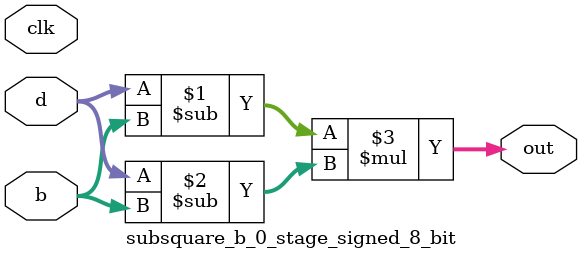
<source format=sv>
(* use_dsp = "yes" *) module subsquare_b_0_stage_signed_8_bit(
	input signed [7:0] b,
	input signed [7:0] d,
	output [7:0] out,
	input clk);

	assign out = (d - b) * (d - b);
endmodule

</source>
